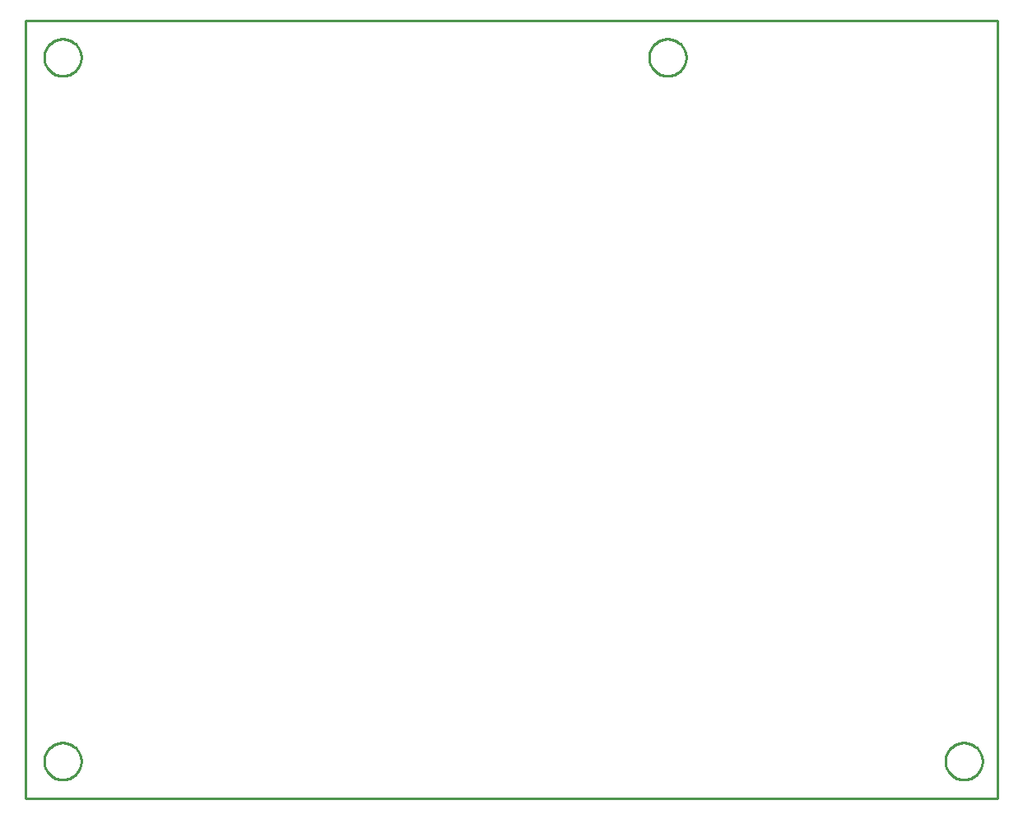
<source format=gbr>
G04 EAGLE Gerber RS-274X export*
G75*
%MOMM*%
%FSLAX34Y34*%
%LPD*%
%IN*%
%IPPOS*%
%AMOC8*
5,1,8,0,0,1.08239X$1,22.5*%
G01*
%ADD10C,0.254000*%


D10*
X0Y0D02*
X1000000Y0D01*
X1000000Y800000D01*
X0Y800000D01*
X0Y0D01*
X57150Y37524D02*
X57081Y36375D01*
X56942Y35232D01*
X56734Y34100D01*
X56459Y32982D01*
X56116Y31883D01*
X55708Y30807D01*
X55235Y29757D01*
X54700Y28737D01*
X54105Y27752D01*
X53451Y26805D01*
X52741Y25898D01*
X51977Y25037D01*
X51163Y24223D01*
X50302Y23459D01*
X49395Y22749D01*
X48448Y22095D01*
X47463Y21500D01*
X46443Y20965D01*
X45393Y20492D01*
X44317Y20084D01*
X43218Y19741D01*
X42100Y19466D01*
X40968Y19258D01*
X39825Y19120D01*
X38676Y19050D01*
X37524Y19050D01*
X36375Y19120D01*
X35232Y19258D01*
X34100Y19466D01*
X32982Y19741D01*
X31883Y20084D01*
X30807Y20492D01*
X29757Y20965D01*
X28737Y21500D01*
X27752Y22095D01*
X26805Y22749D01*
X25898Y23459D01*
X25037Y24223D01*
X24223Y25037D01*
X23459Y25898D01*
X22749Y26805D01*
X22095Y27752D01*
X21500Y28737D01*
X20965Y29757D01*
X20492Y30807D01*
X20084Y31883D01*
X19741Y32982D01*
X19466Y34100D01*
X19258Y35232D01*
X19120Y36375D01*
X19050Y37524D01*
X19050Y38676D01*
X19120Y39825D01*
X19258Y40968D01*
X19466Y42100D01*
X19741Y43218D01*
X20084Y44317D01*
X20492Y45393D01*
X20965Y46443D01*
X21500Y47463D01*
X22095Y48448D01*
X22749Y49395D01*
X23459Y50302D01*
X24223Y51163D01*
X25037Y51977D01*
X25898Y52741D01*
X26805Y53451D01*
X27752Y54105D01*
X28737Y54700D01*
X29757Y55235D01*
X30807Y55708D01*
X31883Y56116D01*
X32982Y56459D01*
X34100Y56734D01*
X35232Y56942D01*
X36375Y57081D01*
X37524Y57150D01*
X38676Y57150D01*
X39825Y57081D01*
X40968Y56942D01*
X42100Y56734D01*
X43218Y56459D01*
X44317Y56116D01*
X45393Y55708D01*
X46443Y55235D01*
X47463Y54700D01*
X48448Y54105D01*
X49395Y53451D01*
X50302Y52741D01*
X51163Y51977D01*
X51977Y51163D01*
X52741Y50302D01*
X53451Y49395D01*
X54105Y48448D01*
X54700Y47463D01*
X55235Y46443D01*
X55708Y45393D01*
X56116Y44317D01*
X56459Y43218D01*
X56734Y42100D01*
X56942Y40968D01*
X57081Y39825D01*
X57150Y38676D01*
X57150Y37524D01*
X984250Y37524D02*
X984181Y36375D01*
X984042Y35232D01*
X983834Y34100D01*
X983559Y32982D01*
X983216Y31883D01*
X982808Y30807D01*
X982335Y29757D01*
X981800Y28737D01*
X981205Y27752D01*
X980551Y26805D01*
X979841Y25898D01*
X979077Y25037D01*
X978263Y24223D01*
X977402Y23459D01*
X976495Y22749D01*
X975548Y22095D01*
X974563Y21500D01*
X973543Y20965D01*
X972493Y20492D01*
X971417Y20084D01*
X970318Y19741D01*
X969200Y19466D01*
X968068Y19258D01*
X966925Y19120D01*
X965776Y19050D01*
X964624Y19050D01*
X963475Y19120D01*
X962332Y19258D01*
X961200Y19466D01*
X960082Y19741D01*
X958983Y20084D01*
X957907Y20492D01*
X956857Y20965D01*
X955837Y21500D01*
X954852Y22095D01*
X953905Y22749D01*
X952998Y23459D01*
X952137Y24223D01*
X951323Y25037D01*
X950559Y25898D01*
X949849Y26805D01*
X949195Y27752D01*
X948600Y28737D01*
X948065Y29757D01*
X947592Y30807D01*
X947184Y31883D01*
X946841Y32982D01*
X946566Y34100D01*
X946358Y35232D01*
X946220Y36375D01*
X946150Y37524D01*
X946150Y38676D01*
X946220Y39825D01*
X946358Y40968D01*
X946566Y42100D01*
X946841Y43218D01*
X947184Y44317D01*
X947592Y45393D01*
X948065Y46443D01*
X948600Y47463D01*
X949195Y48448D01*
X949849Y49395D01*
X950559Y50302D01*
X951323Y51163D01*
X952137Y51977D01*
X952998Y52741D01*
X953905Y53451D01*
X954852Y54105D01*
X955837Y54700D01*
X956857Y55235D01*
X957907Y55708D01*
X958983Y56116D01*
X960082Y56459D01*
X961200Y56734D01*
X962332Y56942D01*
X963475Y57081D01*
X964624Y57150D01*
X965776Y57150D01*
X966925Y57081D01*
X968068Y56942D01*
X969200Y56734D01*
X970318Y56459D01*
X971417Y56116D01*
X972493Y55708D01*
X973543Y55235D01*
X974563Y54700D01*
X975548Y54105D01*
X976495Y53451D01*
X977402Y52741D01*
X978263Y51977D01*
X979077Y51163D01*
X979841Y50302D01*
X980551Y49395D01*
X981205Y48448D01*
X981800Y47463D01*
X982335Y46443D01*
X982808Y45393D01*
X983216Y44317D01*
X983559Y43218D01*
X983834Y42100D01*
X984042Y40968D01*
X984181Y39825D01*
X984250Y38676D01*
X984250Y37524D01*
X57150Y761424D02*
X57081Y760275D01*
X56942Y759132D01*
X56734Y758000D01*
X56459Y756882D01*
X56116Y755783D01*
X55708Y754707D01*
X55235Y753657D01*
X54700Y752637D01*
X54105Y751652D01*
X53451Y750705D01*
X52741Y749798D01*
X51977Y748937D01*
X51163Y748123D01*
X50302Y747359D01*
X49395Y746649D01*
X48448Y745995D01*
X47463Y745400D01*
X46443Y744865D01*
X45393Y744392D01*
X44317Y743984D01*
X43218Y743641D01*
X42100Y743366D01*
X40968Y743158D01*
X39825Y743020D01*
X38676Y742950D01*
X37524Y742950D01*
X36375Y743020D01*
X35232Y743158D01*
X34100Y743366D01*
X32982Y743641D01*
X31883Y743984D01*
X30807Y744392D01*
X29757Y744865D01*
X28737Y745400D01*
X27752Y745995D01*
X26805Y746649D01*
X25898Y747359D01*
X25037Y748123D01*
X24223Y748937D01*
X23459Y749798D01*
X22749Y750705D01*
X22095Y751652D01*
X21500Y752637D01*
X20965Y753657D01*
X20492Y754707D01*
X20084Y755783D01*
X19741Y756882D01*
X19466Y758000D01*
X19258Y759132D01*
X19120Y760275D01*
X19050Y761424D01*
X19050Y762576D01*
X19120Y763725D01*
X19258Y764868D01*
X19466Y766000D01*
X19741Y767118D01*
X20084Y768217D01*
X20492Y769293D01*
X20965Y770343D01*
X21500Y771363D01*
X22095Y772348D01*
X22749Y773295D01*
X23459Y774202D01*
X24223Y775063D01*
X25037Y775877D01*
X25898Y776641D01*
X26805Y777351D01*
X27752Y778005D01*
X28737Y778600D01*
X29757Y779135D01*
X30807Y779608D01*
X31883Y780016D01*
X32982Y780359D01*
X34100Y780634D01*
X35232Y780842D01*
X36375Y780981D01*
X37524Y781050D01*
X38676Y781050D01*
X39825Y780981D01*
X40968Y780842D01*
X42100Y780634D01*
X43218Y780359D01*
X44317Y780016D01*
X45393Y779608D01*
X46443Y779135D01*
X47463Y778600D01*
X48448Y778005D01*
X49395Y777351D01*
X50302Y776641D01*
X51163Y775877D01*
X51977Y775063D01*
X52741Y774202D01*
X53451Y773295D01*
X54105Y772348D01*
X54700Y771363D01*
X55235Y770343D01*
X55708Y769293D01*
X56116Y768217D01*
X56459Y767118D01*
X56734Y766000D01*
X56942Y764868D01*
X57081Y763725D01*
X57150Y762576D01*
X57150Y761424D01*
X679450Y761424D02*
X679381Y760275D01*
X679242Y759132D01*
X679034Y758000D01*
X678759Y756882D01*
X678416Y755783D01*
X678008Y754707D01*
X677535Y753657D01*
X677000Y752637D01*
X676405Y751652D01*
X675751Y750705D01*
X675041Y749798D01*
X674277Y748937D01*
X673463Y748123D01*
X672602Y747359D01*
X671695Y746649D01*
X670748Y745995D01*
X669763Y745400D01*
X668743Y744865D01*
X667693Y744392D01*
X666617Y743984D01*
X665518Y743641D01*
X664400Y743366D01*
X663268Y743158D01*
X662125Y743020D01*
X660976Y742950D01*
X659824Y742950D01*
X658675Y743020D01*
X657532Y743158D01*
X656400Y743366D01*
X655282Y743641D01*
X654183Y743984D01*
X653107Y744392D01*
X652057Y744865D01*
X651037Y745400D01*
X650052Y745995D01*
X649105Y746649D01*
X648198Y747359D01*
X647337Y748123D01*
X646523Y748937D01*
X645759Y749798D01*
X645049Y750705D01*
X644395Y751652D01*
X643800Y752637D01*
X643265Y753657D01*
X642792Y754707D01*
X642384Y755783D01*
X642041Y756882D01*
X641766Y758000D01*
X641558Y759132D01*
X641420Y760275D01*
X641350Y761424D01*
X641350Y762576D01*
X641420Y763725D01*
X641558Y764868D01*
X641766Y766000D01*
X642041Y767118D01*
X642384Y768217D01*
X642792Y769293D01*
X643265Y770343D01*
X643800Y771363D01*
X644395Y772348D01*
X645049Y773295D01*
X645759Y774202D01*
X646523Y775063D01*
X647337Y775877D01*
X648198Y776641D01*
X649105Y777351D01*
X650052Y778005D01*
X651037Y778600D01*
X652057Y779135D01*
X653107Y779608D01*
X654183Y780016D01*
X655282Y780359D01*
X656400Y780634D01*
X657532Y780842D01*
X658675Y780981D01*
X659824Y781050D01*
X660976Y781050D01*
X662125Y780981D01*
X663268Y780842D01*
X664400Y780634D01*
X665518Y780359D01*
X666617Y780016D01*
X667693Y779608D01*
X668743Y779135D01*
X669763Y778600D01*
X670748Y778005D01*
X671695Y777351D01*
X672602Y776641D01*
X673463Y775877D01*
X674277Y775063D01*
X675041Y774202D01*
X675751Y773295D01*
X676405Y772348D01*
X677000Y771363D01*
X677535Y770343D01*
X678008Y769293D01*
X678416Y768217D01*
X678759Y767118D01*
X679034Y766000D01*
X679242Y764868D01*
X679381Y763725D01*
X679450Y762576D01*
X679450Y761424D01*
M02*

</source>
